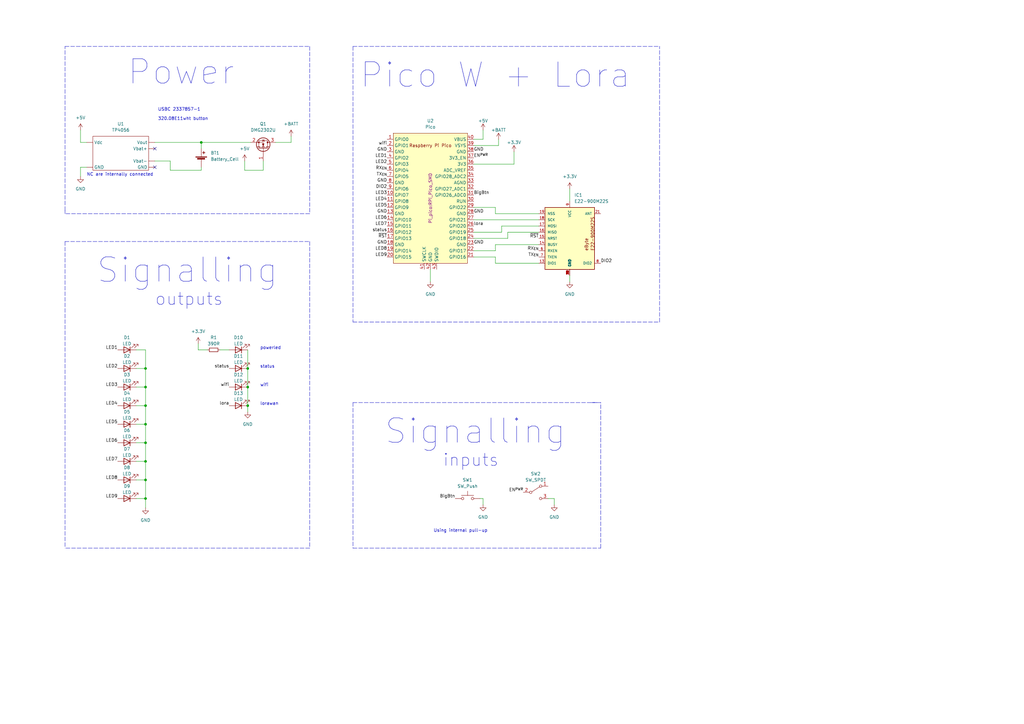
<source format=kicad_sch>
(kicad_sch (version 20211123) (generator eeschema)
  (paper "A3")
  (lib_symbols
    (symbol "Device:Battery_Cell" (pin_numbers hide) (pin_names (offset 0) hide)
      (property "Reference" "BT" (at 2.54 2.54 0))
      (property "Value" "Battery_Cell" (at 2.54 0 0))
      (symbol "Battery_Cell_0_1"
        (rectangle (start -2.286 1.778) (end 2.286 1.524) (fill (type outline)))
        (rectangle (start -1.5748 1.1938) (end 1.4732 0.6858) (fill (type outline)))
        (polyline (pts (xy 0 0.762) (xy 0 0)))
        (polyline (pts (xy 0 1.778) (xy 0 2.54)))
        (polyline (pts (xy 0.508 3.429) (xy 1.524 3.429)) (stroke (width 0.254)))
        (polyline (pts (xy 1.016 3.937) (xy 1.016 2.921)) (stroke (width 0.254)))
      )
      (symbol "Battery_Cell_1_1"
        (pin passive line (at 0 5.08 270) (length 2.54) (name "+") (number "1"))
        (pin passive line (at 0 -2.54 90) (length 2.54) (name "-") (number "2"))
      )
    )
    (symbol "Device:LED" (pin_numbers hide) (pin_names (offset 1.016) hide)
      (property "Reference" "D" (at 0 2.54 0))
      (property "Value" "LED" (at 0 -2.54 0))
      (symbol "LED_0_1"
        (polyline (pts (xy -1.27 -1.27) (xy -1.27 1.27)) (stroke (width 0.254)))
        (polyline (pts (xy -1.27 0) (xy 1.27 0)))
        (polyline (pts (xy 1.27 -1.27) (xy 1.27 1.27) (xy -1.27 0) (xy 1.27 -1.27)) (stroke (width 0.254)))
        (polyline (pts (xy -3.048 -0.762) (xy -4.572 -2.286) (xy -3.81 -2.286) (xy -4.572 -2.286) (xy -4.572 -1.524)))
        (polyline (pts (xy -1.778 -0.762) (xy -3.302 -2.286) (xy -2.54 -2.286) (xy -3.302 -2.286) (xy -3.302 -1.524)))
      )
      (symbol "LED_1_1"
        (pin passive line (at -3.81 0 0) (length 2.54) (name "K") (number "1"))
        (pin passive line (at 3.81 0 180) (length 2.54) (name "A") (number "2"))
      )
    )
    (symbol "Device:R_Small" (pin_numbers hide) (pin_names (offset 0.254) hide)
      (property "Reference" "R" (at 0.762 0.508 0))
      (property "Value" "R_Small" (at 0.762 -1.016 0))
      (symbol "R_Small_0_1"
        (rectangle (start -0.762 1.778) (end 0.762 -1.778) (stroke (width 0.2032)))
      )
      (symbol "R_Small_1_1"
        (pin passive line (at 0 2.54 270) (length 0.762) (name "~") (number "1"))
        (pin passive line (at 0 -2.54 90) (length 0.762) (name "~") (number "2"))
      )
    )
    (symbol "Pi-Pico:Pico"
      (property "Reference" "U" (at -13.97 27.94 0))
      (property "Value" "Pico" (at 0 19.05 0))
      (symbol "Pico_0_0"
        (text "Raspberry Pi Pico" (at 0 21.59 0) (effects (font (size 1.27 1.27))))
      )
      (symbol "Pico_0_1"
        (rectangle (start -15.24 26.67) (end 15.24 -26.67) (fill (type background)))
      )
      (symbol "Pico_1_1"
        (pin bidirectional line (at -17.78 24.13 0) (length 2.54) (name "GPIO0") (number "1"))
        (pin bidirectional line (at -17.78 1.27 0) (length 2.54) (name "GPIO7") (number "10"))
        (pin bidirectional line (at -17.78 -1.27 0) (length 2.54) (name "GPIO8") (number "11"))
        (pin bidirectional line (at -17.78 -3.81 0) (length 2.54) (name "GPIO9") (number "12"))
        (pin power_in line (at -17.78 -6.35 0) (length 2.54) (name "GND") (number "13"))
        (pin bidirectional line (at -17.78 -8.89 0) (length 2.54) (name "GPIO10") (number "14"))
        (pin bidirectional line (at -17.78 -11.43 0) (length 2.54) (name "GPIO11") (number "15"))
        (pin bidirectional line (at -17.78 -13.97 0) (length 2.54) (name "GPIO12") (number "16"))
        (pin bidirectional line (at -17.78 -16.51 0) (length 2.54) (name "GPIO13") (number "17"))
        (pin power_in line (at -17.78 -19.05 0) (length 2.54) (name "GND") (number "18"))
        (pin bidirectional line (at -17.78 -21.59 0) (length 2.54) (name "GPIO14") (number "19"))
        (pin bidirectional line (at -17.78 21.59 0) (length 2.54) (name "GPIO1") (number "2"))
        (pin bidirectional line (at -17.78 -24.13 0) (length 2.54) (name "GPIO15") (number "20"))
        (pin bidirectional line (at 17.78 -24.13 180) (length 2.54) (name "GPIO16") (number "21"))
        (pin bidirectional line (at 17.78 -21.59 180) (length 2.54) (name "GPIO17") (number "22"))
        (pin power_in line (at 17.78 -19.05 180) (length 2.54) (name "GND") (number "23"))
        (pin bidirectional line (at 17.78 -16.51 180) (length 2.54) (name "GPIO18") (number "24"))
        (pin bidirectional line (at 17.78 -13.97 180) (length 2.54) (name "GPIO19") (number "25"))
        (pin bidirectional line (at 17.78 -11.43 180) (length 2.54) (name "GPIO20") (number "26"))
        (pin bidirectional line (at 17.78 -8.89 180) (length 2.54) (name "GPIO21") (number "27"))
        (pin power_in line (at 17.78 -6.35 180) (length 2.54) (name "GND") (number "28"))
        (pin bidirectional line (at 17.78 -3.81 180) (length 2.54) (name "GPIO22") (number "29"))
        (pin power_in line (at -17.78 19.05 0) (length 2.54) (name "GND") (number "3"))
        (pin input line (at 17.78 -1.27 180) (length 2.54) (name "RUN") (number "30"))
        (pin bidirectional line (at 17.78 1.27 180) (length 2.54) (name "GPIO26_ADC0") (number "31"))
        (pin bidirectional line (at 17.78 3.81 180) (length 2.54) (name "GPIO27_ADC1") (number "32"))
        (pin power_in line (at 17.78 6.35 180) (length 2.54) (name "AGND") (number "33"))
        (pin bidirectional line (at 17.78 8.89 180) (length 2.54) (name "GPIO28_ADC2") (number "34"))
        (pin power_in line (at 17.78 11.43 180) (length 2.54) (name "ADC_VREF") (number "35"))
        (pin power_in line (at 17.78 13.97 180) (length 2.54) (name "3V3") (number "36"))
        (pin input line (at 17.78 16.51 180) (length 2.54) (name "3V3_EN") (number "37"))
        (pin bidirectional line (at 17.78 19.05 180) (length 2.54) (name "GND") (number "38"))
        (pin power_in line (at 17.78 21.59 180) (length 2.54) (name "VSYS") (number "39"))
        (pin bidirectional line (at -17.78 16.51 0) (length 2.54) (name "GPIO2") (number "4"))
        (pin power_in line (at 17.78 24.13 180) (length 2.54) (name "VBUS") (number "40"))
        (pin input line (at -2.54 -29.21 90) (length 2.54) (name "SWCLK") (number "41"))
        (pin power_in line (at 0 -29.21 90) (length 2.54) (name "GND") (number "42"))
        (pin bidirectional line (at 2.54 -29.21 90) (length 2.54) (name "SWDIO") (number "43"))
        (pin bidirectional line (at -17.78 13.97 0) (length 2.54) (name "GPIO3") (number "5"))
        (pin bidirectional line (at -17.78 11.43 0) (length 2.54) (name "GPIO4") (number "6"))
        (pin bidirectional line (at -17.78 8.89 0) (length 2.54) (name "GPIO5") (number "7"))
        (pin power_in line (at -17.78 6.35 0) (length 2.54) (name "GND") (number "8"))
        (pin bidirectional line (at -17.78 3.81 0) (length 2.54) (name "GPIO6") (number "9"))
      )
    )
    (symbol "Switch:SW_Push" (pin_numbers hide) (pin_names (offset 1.016) hide)
      (property "Reference" "SW" (at 1.27 2.54 0))
      (property "Value" "SW_Push" (at 0 -1.524 0))
      (symbol "SW_Push_0_1"
        (circle (center -2.032 0) (radius 0.508))
        (polyline (pts (xy 0 1.27) (xy 0 3.048)))
        (polyline (pts (xy 2.54 1.27) (xy -2.54 1.27)))
        (circle (center 2.032 0) (radius 0.508))
        (pin passive line (at -5.08 0 0) (length 2.54) (name "1") (number "1"))
        (pin passive line (at 5.08 0 180) (length 2.54) (name "2") (number "2"))
      )
    )
    (symbol "Switch:SW_SPDT" (pin_names (offset 0) hide)
      (property "Reference" "SW" (at 0 4.318 0))
      (property "Value" "SW_SPDT" (at 0 -5.08 0))
      (symbol "SW_SPDT_0_0"
        (circle (center -2.032 0) (radius 0.508))
        (circle (center 2.032 -2.54) (radius 0.508))
      )
      (symbol "SW_SPDT_0_1"
        (polyline (pts (xy -1.524 0.254) (xy 1.651 2.286)))
        (circle (center 2.032 2.54) (radius 0.508))
      )
      (symbol "SW_SPDT_1_1"
        (pin passive line (at 5.08 2.54 180) (length 2.54) (name "A") (number "1"))
        (pin passive line (at -5.08 0 0) (length 2.54) (name "B") (number "2"))
        (pin passive line (at 5.08 -2.54 180) (length 2.54) (name "C") (number "3"))
      )
    )
    (symbol "Transistor_FET:DMG2302U" (pin_names hide)
      (property "Reference" "Q" (at 5.08 1.905 0))
      (property "Value" "DMG2302U" (at 5.08 0 0))
      (symbol "DMG2302U_0_1"
        (polyline (pts (xy 0.254 0) (xy -2.54 0)))
        (polyline (pts (xy 0.254 1.905) (xy 0.254 -1.905)) (stroke (width 0.254)))
        (polyline (pts (xy 0.762 -1.27) (xy 0.762 -2.286)) (stroke (width 0.254)))
        (polyline (pts (xy 0.762 0.508) (xy 0.762 -0.508)) (stroke (width 0.254)))
        (polyline (pts (xy 0.762 2.286) (xy 0.762 1.27)) (stroke (width 0.254)))
        (polyline (pts (xy 2.54 2.54) (xy 2.54 1.778)))
        (polyline (pts (xy 2.54 -2.54) (xy 2.54 0) (xy 0.762 0)))
        (polyline (pts (xy 0.762 -1.778) (xy 3.302 -1.778) (xy 3.302 1.778) (xy 0.762 1.778)))
        (polyline (pts (xy 1.016 0) (xy 2.032 0.381) (xy 2.032 -0.381) (xy 1.016 0)) (fill (type outline)))
        (polyline (pts (xy 2.794 0.508) (xy 2.921 0.381) (xy 3.683 0.381) (xy 3.81 0.254)))
        (polyline (pts (xy 3.302 0.381) (xy 2.921 -0.254) (xy 3.683 -0.254) (xy 3.302 0.381)))
        (circle (center 1.651 0) (radius 2.794) (stroke (width 0.254)))
        (circle (center 2.54 -1.778) (radius 0.254) (fill (type outline)))
        (circle (center 2.54 1.778) (radius 0.254) (fill (type outline)))
      )
      (symbol "DMG2302U_1_1"
        (pin input line (at -5.08 0 0) (length 2.54) (name "G") (number "1"))
        (pin passive line (at 2.54 -5.08 90) (length 2.54) (name "S") (number "2"))
        (pin passive line (at 2.54 5.08 270) (length 2.54) (name "D") (number "3"))
      )
    )
    (symbol "_Lora:E22-900M22S" (pin_names (offset 1.016))
      (property "Reference" "IC" (at 5.08 17.78 0))
      (property "Value" "E22-900M22S" (at -12.7 17.78 0))
      (symbol "E22-900M22S_0_0"
        (rectangle (start -10.16 -12.7) (end 10.16 12.7) (stroke (width 0.254)) (fill (type background)))
        (text "E22-900M22S" (at 10.16 -5.08 900) (effects (font (size 1.27 1.27)) (justify left bottom)))
        (text "eByte" (at 7.62 -5.08 900) (effects (font (size 1.27 1.27)) (justify left bottom)))
        (pin power_in line (at 0 -15.24 90) (length 2.54) (name "GND") (number "1"))
        (pin power_in line (at 0 -15.24 90) (length 2.54) (name "GND") (number "10"))
        (pin power_in line (at 0 -15.24 90) (length 2.54) (name "GND") (number "11"))
        (pin power_in line (at 0 -15.24 90) (length 2.54) (name "GND") (number "12"))
        (pin bidirectional line (at -12.7 -10.16 0) (length 2.54) (name "DIO1") (number "13"))
        (pin bidirectional line (at -12.7 -2.54 0) (length 2.54) (name "BUSY") (number "14"))
        (pin bidirectional line (at -12.7 0 0) (length 2.54) (name "NRST") (number "15"))
        (pin bidirectional line (at -12.7 2.54 0) (length 2.54) (name "MISO") (number "16"))
        (pin bidirectional line (at -12.7 5.08 0) (length 2.54) (name "MOSI") (number "17"))
        (pin input line (at -12.7 7.62 0) (length 2.54) (name "SCK") (number "18"))
        (pin input line (at -12.7 10.16 0) (length 2.54) (name "NSS") (number "19"))
        (pin power_in line (at 0 -15.24 90) (length 2.54) (name "GND") (number "2"))
        (pin power_in line (at 0 -15.24 90) (length 2.54) (name "GND") (number "20"))
        (pin output line (at 12.7 10.16 180) (length 2.54) (name "ANT") (number "21"))
        (pin power_in line (at 0 -15.24 90) (length 2.54) (name "GND") (number "22"))
        (pin power_in line (at 0 -15.24 90) (length 2.54) (name "GND") (number "3"))
        (pin power_in line (at 0 -15.24 90) (length 2.54) (name "GND") (number "4"))
        (pin power_in line (at 0 -15.24 90) (length 2.54) (name "GND") (number "5"))
        (pin input line (at -12.7 -5.08 0) (length 2.54) (name "RXEN") (number "6"))
        (pin bidirectional line (at -12.7 -7.62 0) (length 2.54) (name "TXEN") (number "7"))
        (pin bidirectional line (at 12.7 -10.16 180) (length 2.54) (name "DIO2") (number "8"))
        (pin power_in line (at 0 15.24 270) (length 2.54) (name "VCC") (number "9"))
      )
    )
    (symbol "_projectsymbol:TP4056" (pin_numbers hide)
      (property "Reference" "U" (at 0 -1.27 0))
      (property "Value" "TP4056" (at 0 1.27 0))
      (symbol "TP4056_0_1"
        (rectangle (start -11.43 6.35) (end 11.43 -7.62))
      )
      (symbol "TP4056_1_1"
        (pin power_in line (at -13.97 3.81 0) (length 2.54) (name "Vdc") (number "1"))
        (pin power_in line (at -13.97 -6.35 0) (length 2.54) (name "GND") (number "2"))
        (pin power_out line (at 13.97 3.81 180) (length 2.54) (name "Vout") (number "3"))
        (pin power_in line (at 13.97 -6.35 180) (length 2.54) (name "GND") (number "4"))
        (pin power_out line (at 13.97 1.27 180) (length 2.54) (name "Vbat+") (number "5"))
        (pin power_out line (at 13.97 -3.81 180) (length 2.54) (name "Vbat-") (number "6"))
      )
    )
    (symbol "power:+3.3V" (power) (pin_names (offset 0))
      (property "Value" "+3.3V" (at 0 3.556 0))
      (symbol "+3.3V_0_1"
        (polyline (pts (xy -0.762 1.27) (xy 0 2.54)))
        (polyline (pts (xy 0 0) (xy 0 2.54)))
        (polyline (pts (xy 0 2.54) (xy 0.762 1.27)))
      )
      (symbol "+3.3V_1_1"
        (pin power_in line (at 0 0 90) (length 0) hide (name "+3.3V") (number "1"))
      )
    )
    (symbol "power:+5V" (power) (pin_names (offset 0))
      (property "Value" "+5V" (at 0 3.556 0))
      (symbol "+5V_0_1"
        (polyline (pts (xy -0.762 1.27) (xy 0 2.54)))
        (polyline (pts (xy 0 0) (xy 0 2.54)))
        (polyline (pts (xy 0 2.54) (xy 0.762 1.27)))
      )
      (symbol "+5V_1_1"
        (pin power_in line (at 0 0 90) (length 0) hide (name "+5V") (number "1"))
      )
    )
    (symbol "power:+BATT" (power) (pin_names (offset 0))
      (property "Value" "+BATT" (at 0 3.556 0))
      (symbol "+BATT_0_1"
        (polyline (pts (xy -0.762 1.27) (xy 0 2.54)))
        (polyline (pts (xy 0 0) (xy 0 2.54)))
        (polyline (pts (xy 0 2.54) (xy 0.762 1.27)))
      )
      (symbol "+BATT_1_1"
        (pin power_in line (at 0 0 90) (length 0) hide (name "+BATT") (number "1"))
      )
    )
    (symbol "power:GND" (power) (pin_names (offset 0))
      (property "Value" "GND" (at 0 -3.81 0))
      (symbol "GND_0_1"
        (polyline (pts (xy 0 0) (xy 0 -1.27) (xy 1.27 -1.27) (xy 0 -2.54) (xy -1.27 -1.27) (xy 0 -1.27)))
      )
      (symbol "GND_1_1"
        (pin power_in line (at 0 0 270) (length 0) hide (name "GND") (number "1"))
      )
    )
  )
  (junction (at 59.69 173.99))
  (junction (at 59.69 158.75))
  (junction (at 59.69 189.23))
  (junction (at 82.55 58.42))
  (junction (at 101.6 158.75))
  (junction (at 59.69 181.61))
  (junction (at 101.6 166.37))
  (junction (at 59.69 166.37))
  (junction (at 59.69 151.13))
  (junction (at 101.6 151.13))
  (junction (at 59.69 204.47))
  (junction (at 59.69 196.85))
  (no_connect (at 63.5 68.58))
  (no_connect (at 63.5 60.96))
  (wire (pts (xy 233.68 77.47) (xy 233.68 82.55)))
  (polyline (pts (xy 127 224.79) (xy 26.67 224.79)))
  (wire (pts (xy 194.31 67.31) (xy 210.82 67.31)))
  (wire (pts (xy 59.69 173.99) (xy 59.69 181.61)))
  (wire (pts (xy 63.5 66.04) (xy 69.85 66.04)))
  (wire (pts (xy 101.6 158.75) (xy 101.6 166.37)))
  (polyline (pts (xy 26.67 99.06) (xy 26.67 224.79)))
  (polyline (pts (xy 144.78 19.05) (xy 270.51 19.05)))
  (polyline (pts (xy 26.67 86.36) (xy 26.67 19.05)))
  (wire (pts (xy 100.33 69.85) (xy 107.95 69.85)))
  (wire (pts (xy 55.88 181.61) (xy 59.69 181.61)))
  (wire (pts (xy 204.47 57.15) (xy 204.47 59.69)))
  (wire (pts (xy 59.69 189.23) (xy 59.69 196.85)))
  (wire (pts (xy 101.6 143.51) (xy 101.6 151.13)))
  (wire (pts (xy 196.85 204.47) (xy 198.12 204.47)))
  (wire (pts (xy 59.69 204.47) (xy 59.69 208.28)))
  (wire (pts (xy 59.69 151.13) (xy 59.69 158.75)))
  (wire (pts (xy 113.03 58.42) (xy 119.38 58.42)))
  (wire (pts (xy 33.02 72.39) (xy 33.02 68.58)))
  (wire (pts (xy 33.02 58.42) (xy 35.56 58.42)))
  (wire (pts (xy 210.82 62.23) (xy 210.82 67.31)))
  (wire (pts (xy 227.33 204.47) (xy 227.33 207.01)))
  (wire (pts (xy 208.28 95.25) (xy 220.98 95.25)))
  (wire (pts (xy 63.5 58.42) (xy 82.55 58.42)))
  (polyline (pts (xy 144.78 165.1) (xy 245.11 165.1)))
  (wire (pts (xy 208.28 97.79) (xy 208.28 95.25)))
  (polyline (pts (xy 144.78 224.79) (xy 246.38 224.79)))
  (wire (pts (xy 33.02 68.58) (xy 35.56 68.58)))
  (wire (pts (xy 55.88 204.47) (xy 59.69 204.47)))
  (wire (pts (xy 203.2 87.63) (xy 220.98 87.63)))
  (polyline (pts (xy 26.67 86.36) (xy 26.67 87.63)))
  (wire (pts (xy 194.31 57.15) (xy 198.12 57.15)))
  (wire (pts (xy 198.12 57.15) (xy 198.12 53.34)))
  (wire (pts (xy 33.02 53.34) (xy 33.02 58.42)))
  (wire (pts (xy 90.17 143.51) (xy 93.98 143.51)))
  (wire (pts (xy 119.38 58.42) (xy 119.38 55.88)))
  (wire (pts (xy 82.55 58.42) (xy 82.55 60.96)))
  (wire (pts (xy 203.2 105.41) (xy 203.2 107.95)))
  (polyline (pts (xy 127 87.63) (xy 26.67 87.63)))
  (wire (pts (xy 233.68 113.03) (xy 233.68 115.57)))
  (polyline (pts (xy 246.38 224.79) (xy 246.38 165.1)))
  (wire (pts (xy 224.79 204.47) (xy 227.33 204.47)))
  (wire (pts (xy 101.6 151.13) (xy 101.6 158.75)))
  (wire (pts (xy 194.31 102.87) (xy 203.2 102.87)))
  (wire (pts (xy 59.69 196.85) (xy 59.69 204.47)))
  (wire (pts (xy 176.53 110.49) (xy 176.53 115.57)))
  (wire (pts (xy 59.69 181.61) (xy 59.69 189.23)))
  (wire (pts (xy 55.88 196.85) (xy 59.69 196.85)))
  (wire (pts (xy 55.88 173.99) (xy 59.69 173.99)))
  (wire (pts (xy 55.88 151.13) (xy 59.69 151.13)))
  (wire (pts (xy 194.31 97.79) (xy 208.28 97.79)))
  (wire (pts (xy 194.31 105.41) (xy 203.2 105.41)))
  (wire (pts (xy 203.2 102.87) (xy 203.2 100.33)))
  (wire (pts (xy 69.85 69.85) (xy 82.55 69.85)))
  (wire (pts (xy 69.85 66.04) (xy 69.85 69.85)))
  (wire (pts (xy 59.69 143.51) (xy 59.69 151.13)))
  (wire (pts (xy 55.88 158.75) (xy 59.69 158.75)))
  (wire (pts (xy 203.2 107.95) (xy 220.98 107.95)))
  (wire (pts (xy 194.31 85.09) (xy 203.2 85.09)))
  (wire (pts (xy 198.12 204.47) (xy 198.12 207.01)))
  (wire (pts (xy 205.74 92.71) (xy 220.98 92.71)))
  (polyline (pts (xy 144.78 165.1) (xy 144.78 224.79)))
  (wire (pts (xy 82.55 58.42) (xy 102.87 58.42)))
  (wire (pts (xy 55.88 143.51) (xy 59.69 143.51)))
  (wire (pts (xy 59.69 158.75) (xy 59.69 166.37)))
  (wire (pts (xy 194.31 95.25) (xy 205.74 95.25)))
  (wire (pts (xy 194.31 59.69) (xy 204.47 59.69)))
  (polyline (pts (xy 246.38 165.1) (xy 242.57 165.1)))
  (wire (pts (xy 107.95 69.85) (xy 107.95 66.04)))
  (wire (pts (xy 55.88 166.37) (xy 59.69 166.37)))
  (wire (pts (xy 203.2 85.09) (xy 203.2 87.63)))
  (polyline (pts (xy 144.78 19.05) (xy 144.78 132.08)))
  (polyline (pts (xy 144.78 132.08) (xy 270.51 132.08)))
  (wire (pts (xy 81.28 143.51) (xy 81.28 140.97)))
  (polyline (pts (xy 270.51 132.08) (xy 270.51 19.05)))
  (wire (pts (xy 203.2 100.33) (xy 220.98 100.33)))
  (wire (pts (xy 81.28 143.51) (xy 85.09 143.51)))
  (wire (pts (xy 59.69 166.37) (xy 59.69 173.99)))
  (polyline (pts (xy 26.67 19.05) (xy 127 19.05)))
  (wire (pts (xy 100.33 66.04) (xy 100.33 69.85)))
  (wire (pts (xy 205.74 95.25) (xy 205.74 92.71)))
  (polyline (pts (xy 127 19.05) (xy 127 87.63)))
  (wire (pts (xy 55.88 189.23) (xy 59.69 189.23)))
  (wire (pts (xy 194.31 90.17) (xy 220.98 90.17)))
  (polyline (pts (xy 26.67 99.06) (xy 127 99.06)))
  (polyline (pts (xy 127 99.06) (xy 127 224.79)))
  (wire (pts (xy 82.55 69.85) (xy 82.55 68.58)))
  (wire (pts (xy 101.6 166.37) (xy 101.6 168.91)))
  (text "USBC 2337857-1" (at 64.77 45.72 0) (effects (font (size 1.27 1.27)) (justify left bottom)))
  (text "Signalling" (at 157.48 182.88 0) (effects (font (size 10 10)) (justify left bottom)))
  (text "Pico W + Lora" (at 147.32 36.83 0) (effects (font (size 10 10)) (justify left bottom)))
  (text "NC are internally connected" (at 35.56 72.39 0) (effects (font (size 1.27 1.27)) (justify left bottom)))
  (text "Power" (at 52.07 35.56 0) (effects (font (size 10 10)) (justify left bottom)))
  (text "Signalling" (at 39.37 116.84 0) (effects (font (size 10 10)) (justify left bottom)))
  (text "Using internal pull-up" (at 177.8 218.44 0) (effects (font (size 1.27 1.27)) (justify left bottom)))
  (text "lorawan" (at 106.68 166.37 0) (effects (font (size 1.27 1.27)) (justify left bottom)))
  (text "outputs" (at 63.5 125.73 0) (effects (font (size 5 5)) (justify left bottom)))
  (text "status" (at 106.68 151.13 0) (effects (font (size 1.27 1.27)) (justify left bottom)))
  (text "powerled" (at 106.68 143.51 0) (effects (font (size 1.27 1.27)) (justify left bottom)))
  (text "wifi" (at 106.68 158.75 0) (effects (font (size 1.27 1.27)) (justify left bottom)))
  (text "inputs" (at 181.61 191.77 0) (effects (font (size 5 5)) (justify left bottom)))
  (text "320.08E11wht button" (at 64.77 49.53 0) (effects (font (size 1.27 1.27)) (justify left bottom)))
  (label "~{RST}" (at 220.98 97.79 180))
  (label "lora" (at 93.98 166.37 180))
  (label "TX_{EN}" (at 220.98 105.41 180))
  (label "GND" (at 194.31 100.33 0))
  (label "GND" (at 158.75 74.93 180))
  (label "LED8" (at 48.26 196.85 180))
  (label "DIO2" (at 246.38 107.95 0))
  (label "BigBtn" (at 194.31 80.01 0))
  (label "LED1" (at 48.26 143.51 180))
  (label "GND" (at 194.31 62.23 0))
  (label "BigBtn" (at 186.69 204.47 180))
  (label "LED6" (at 48.26 181.61 180))
  (label "LED2" (at 48.26 151.13 180))
  (label "TX_{EN}" (at 158.75 72.39 180))
  (label "GND" (at 158.75 62.23 180))
  (label "DIO2" (at 158.75 77.47 180))
  (label "lora" (at 194.31 92.71 0))
  (label "GND" (at 194.31 87.63 0))
  (label "LED7" (at 48.26 189.23 180))
  (label "RX_{EN}" (at 220.98 102.87 180))
  (label "EN^{PWR}" (at 194.31 64.77 0))
  (label "EN^{PWR}" (at 214.63 201.93 180))
  (label "status" (at 93.98 151.13 180))
  (label "LED9" (at 48.26 204.47 180))
  (label "status" (at 158.75 95.25 180))
  (label "GND" (at 158.75 87.63 180))
  (label "LED3" (at 158.75 80.01 180))
  (label "wifi" (at 158.75 59.69 180))
  (label "LED6" (at 158.75 90.17 180))
  (label "LED1" (at 158.75 64.77 180))
  (label "LED4" (at 48.26 166.37 180))
  (label "RX_{EN}" (at 158.75 69.85 180))
  (label "LED2" (at 158.75 67.31 180))
  (label "LED5" (at 158.75 85.09 180))
  (label "LED3" (at 48.26 158.75 180))
  (label "LED5" (at 48.26 173.99 180))
  (label "GND" (at 158.75 100.33 180))
  (label "LED7" (at 158.75 92.71 180))
  (label "~{RST}" (at 158.75 97.79 180))
  (label "LED8" (at 158.75 102.87 180))
  (label "LED9" (at 158.75 105.41 180))
  (label "LED4" (at 158.75 82.55 180))
  (label "wifi" (at 93.98 158.75 180))
  (symbol (lib_id "_Lora:E22-900M22S") (at 233.68 97.79 0) (unit 1)
    (property "Reference" "IC1" (at 235.5597 80.01 0) (effects (justify left)))
    (property "Value" "E22-900M22S" (at 235.5597 82.55 0) (effects (justify left)))
    (property "Footprint" "Pi_pico:E22-900M22S" (effects hide))
  )
  (symbol (lib_id "Device:LED") (at 52.07 151.13 180) (unit 1)
    (property "Reference" "D2" (at 52.07 146.05 0))
    (property "Value" "LED" (at 52.07 148.59 0))
    (property "Footprint" "Pi_pico:WL-SMDC" (effects hide))
  )
  (symbol (lib_id "power:GND") (at 198.12 207.01 0) (unit 1)
    (property "Reference" "#PWR010" (effects hide))
    (property "Value" "GND" (at 198.12 212.09 0))
  )
  (symbol (lib_id "Device:LED") (at 52.07 143.51 180) (unit 1)
    (property "Reference" "D1" (at 52.07 138.43 0))
    (property "Value" "LED" (at 52.07 140.97 0))
    (property "Footprint" "Pi_pico:WL-SMDC" (effects hide))
  )
  (symbol (lib_id "power:+5V") (at 100.33 66.04 0) (unit 1)
    (property "Reference" "#PWR05" (effects hide))
    (property "Value" "+5V" (at 100.33 60.96 0))
  )
  (symbol (lib_id "Transistor_FET:DMG2302U") (at 107.95 60.96 270) (mirror x) (unit 1)
    (property "Reference" "Q1" (at 107.95 50.8 90))
    (property "Value" "DMG2302U" (at 107.95 53.34 90))
    (property "Footprint" "Package_TO_SOT_SMD:SOT-23" (effects hide))
    (property "Datasheet" "http://www.diodes.com/assets/Datasheets/DMG2302U.pdf" (effects hide))
  )
  (symbol (lib_id "Switch:SW_Push") (at 191.77 204.47 0) (unit 1)
    (property "Reference" "SW1" (at 191.77 196.85 0))
    (property "Value" "SW_Push" (at 191.77 199.39 0))
    (property "Footprint" "Pi_pico:320.08E11wht" (effects hide))
  )
  (symbol (lib_id "power:GND") (at 176.53 115.57 0) (unit 1)
    (property "Reference" "#PWR08" (effects hide))
    (property "Value" "GND" (at 176.53 120.65 0))
  )
  (symbol (lib_id "Device:LED") (at 97.79 143.51 180) (unit 1)
    (property "Reference" "D10" (at 97.79 138.43 0))
    (property "Value" "LED" (at 97.79 140.97 0))
    (property "Footprint" "LED_SMD:LED_0603_1608Metric_Pad1.05x0.95mm_HandSolder" (effects hide))
  )
  (symbol (lib_id "Device:LED") (at 52.07 158.75 180) (unit 1)
    (property "Reference" "D3" (at 52.07 153.67 0))
    (property "Value" "LED" (at 52.07 156.21 0))
    (property "Footprint" "Pi_pico:WL-SMDC" (effects hide))
  )
  (symbol (lib_id "Device:LED") (at 52.07 166.37 180) (unit 1)
    (property "Reference" "D4" (at 52.07 161.29 0))
    (property "Value" "LED" (at 52.07 163.83 0))
    (property "Footprint" "Pi_pico:WL-SMDC" (effects hide))
  )
  (symbol (lib_id "power:+5V") (at 198.12 53.34 0) (unit 1)
    (property "Reference" "#PWR09" (effects hide))
    (property "Value" "+5V" (at 198.12 49.53 0))
  )
  (symbol (lib_id "Device:LED") (at 52.07 204.47 180) (unit 1)
    (property "Reference" "D9" (at 52.07 199.39 0))
    (property "Value" "LED" (at 52.07 201.93 0))
    (property "Footprint" "Pi_pico:WL-SMDC" (effects hide))
  )
  (symbol (lib_id "Device:LED") (at 97.79 166.37 180) (unit 1)
    (property "Reference" "D13" (at 97.79 161.29 0))
    (property "Value" "LED" (at 97.79 163.83 0))
    (property "Footprint" "LED_SMD:LED_0603_1608Metric_Pad1.05x0.95mm_HandSolder" (effects hide))
  )
  (symbol (lib_id "Switch:SW_SPDT") (at 219.71 201.93 0) (unit 1)
    (property "Reference" "SW2" (at 219.71 194.31 0))
    (property "Value" "SW_SPDT" (at 219.71 196.85 0))
    (property "Footprint" "Pi_pico:MSS3-Q-TR" (effects hide))
  )
  (symbol (lib_id "Device:Battery_Cell") (at 82.55 66.04 0) (unit 1)
    (property "Reference" "BT1" (at 86.36 62.7379 0) (effects (justify left)))
    (property "Value" "Battery_Cell" (at 86.36 65.2779 0) (effects (justify left)))
    (property "Footprint" "Pi_pico:1042P" (effects hide))
  )
  (symbol (lib_id "Device:LED") (at 52.07 189.23 180) (unit 1)
    (property "Reference" "D7" (at 52.07 184.15 0))
    (property "Value" "LED" (at 52.07 186.69 0))
    (property "Footprint" "Pi_pico:WL-SMDC" (effects hide))
  )
  (symbol (lib_id "power:+3.3V") (at 233.68 77.47 0) (unit 1)
    (property "Reference" "#PWR014" (effects hide))
    (property "Value" "+3.3V" (at 233.68 72.39 0))
  )
  (symbol (lib_id "Device:LED") (at 52.07 181.61 180) (unit 1)
    (property "Reference" "D6" (at 52.07 176.53 0))
    (property "Value" "LED" (at 52.07 179.07 0))
    (property "Footprint" "Pi_pico:WL-SMDC" (effects hide))
  )
  (symbol (lib_id "Device:R_Small") (at 87.63 143.51 90) (unit 1)
    (property "Reference" "R1" (at 87.63 138.43 90))
    (property "Value" "390R" (at 87.63 140.97 90))
    (property "Footprint" "Resistor_SMD:R_1206_3216Metric" (effects hide))
  )
  (symbol (lib_id "power:+3.3V") (at 210.82 62.23 0) (unit 1)
    (property "Reference" "#PWR012" (effects hide))
    (property "Value" "+3.3V" (at 210.82 58.42 0))
  )
  (symbol (lib_id "Pi-Pico:Pico") (at 176.53 81.28 0) (unit 1)
    (property "Reference" "U2" (at 176.53 49.53 0))
    (property "Value" "Pico" (at 176.53 52.07 0))
    (property "Footprint" "Pi_pico:RPi_Pico_SMD" (at 176.53 81.28 90))
  )
  (symbol (lib_id "Device:LED") (at 97.79 151.13 180) (unit 1)
    (property "Reference" "D11" (at 97.79 146.05 0))
    (property "Value" "LED" (at 97.79 148.59 0))
    (property "Footprint" "LED_SMD:LED_0603_1608Metric_Pad1.05x0.95mm_HandSolder" (effects hide))
  )
  (symbol (lib_id "power:GND") (at 101.6 168.91 0) (unit 1)
    (property "Reference" "#PWR06" (effects hide))
    (property "Value" "GND" (at 101.6 173.99 0))
  )
  (symbol (lib_id "power:GND") (at 33.02 72.39 0) (unit 1)
    (property "Reference" "#PWR02" (effects hide))
    (property "Value" "GND" (at 33.02 77.47 0))
  )
  (symbol (lib_id "Device:LED") (at 97.79 158.75 180) (unit 1)
    (property "Reference" "D12" (at 97.79 153.67 0))
    (property "Value" "LED" (at 97.79 156.21 0))
    (property "Footprint" "LED_SMD:LED_0603_1608Metric_Pad1.05x0.95mm_HandSolder" (effects hide))
  )
  (symbol (lib_id "Device:LED") (at 52.07 173.99 180) (unit 1)
    (property "Reference" "D5" (at 52.07 168.91 0))
    (property "Value" "LED" (at 52.07 171.45 0))
    (property "Footprint" "Pi_pico:WL-SMDC" (effects hide))
  )
  (symbol (lib_id "power:+5V") (at 33.02 53.34 0) (unit 1)
    (property "Reference" "#PWR01" (effects hide))
    (property "Value" "+5V" (at 33.02 48.26 0))
  )
  (symbol (lib_id "power:+BATT") (at 204.47 57.15 0) (unit 1)
    (property "Reference" "#PWR011" (effects hide))
    (property "Value" "+BATT" (at 204.47 53.34 0))
  )
  (symbol (lib_id "power:GND") (at 233.68 115.57 0) (unit 1)
    (property "Reference" "#PWR015" (effects hide))
    (property "Value" "GND" (at 233.68 120.65 0))
  )
  (symbol (lib_id "Device:LED") (at 52.07 196.85 180) (unit 1)
    (property "Reference" "D8" (at 52.07 191.77 0))
    (property "Value" "LED" (at 52.07 194.31 0))
    (property "Footprint" "Pi_pico:WL-SMDC" (effects hide))
  )
  (symbol (lib_id "power:GND") (at 59.69 208.28 0) (unit 1)
    (property "Reference" "#PWR03" (effects hide))
    (property "Value" "GND" (at 59.69 213.36 0))
  )
  (symbol (lib_id "power:+3.3V") (at 81.28 140.97 0) (unit 1)
    (property "Reference" "#PWR04" (effects hide))
    (property "Value" "+3.3V" (at 81.28 135.89 0))
  )
  (symbol (lib_id "power:+BATT") (at 119.38 55.88 0) (unit 1)
    (property "Reference" "#PWR07" (effects hide))
    (property "Value" "+BATT" (at 119.38 50.8 0))
  )
  (symbol (lib_id "_projectsymbol:TP4056") (at 49.53 62.23 0) (unit 1)
    (property "Reference" "U1" (at 49.53 50.8 0))
    (property "Value" "TP4056" (at 49.53 53.34 0))
    (property "Footprint" "Pi_pico:TP4056-Module" (effects hide))
  )
  (symbol (lib_id "power:GND") (at 227.33 207.01 0) (unit 1)
    (property "Reference" "#PWR013" (effects hide))
    (property "Value" "GND" (at 227.33 212.09 0))
  )
)
</source>
